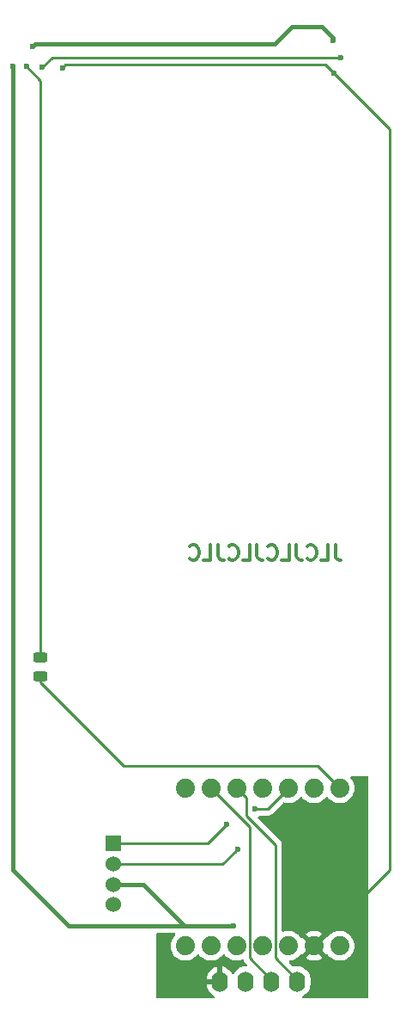
<source format=gbr>
G04 #@! TF.GenerationSoftware,KiCad,Pcbnew,8.0.5-8.0.5-0~ubuntu24.04.1*
G04 #@! TF.CreationDate,2024-09-20T13:42:17+09:00*
G04 #@! TF.ProjectId,gopher_xiao_grove,676f7068-6572-45f7-9869-616f5f67726f,rev?*
G04 #@! TF.SameCoordinates,Original*
G04 #@! TF.FileFunction,Copper,L2,Bot*
G04 #@! TF.FilePolarity,Positive*
%FSLAX46Y46*%
G04 Gerber Fmt 4.6, Leading zero omitted, Abs format (unit mm)*
G04 Created by KiCad (PCBNEW 8.0.5-8.0.5-0~ubuntu24.04.1) date 2024-09-20 13:42:17*
%MOMM*%
%LPD*%
G01*
G04 APERTURE LIST*
G04 Aperture macros list*
%AMRoundRect*
0 Rectangle with rounded corners*
0 $1 Rounding radius*
0 $2 $3 $4 $5 $6 $7 $8 $9 X,Y pos of 4 corners*
0 Add a 4 corners polygon primitive as box body*
4,1,4,$2,$3,$4,$5,$6,$7,$8,$9,$2,$3,0*
0 Add four circle primitives for the rounded corners*
1,1,$1+$1,$2,$3*
1,1,$1+$1,$4,$5*
1,1,$1+$1,$6,$7*
1,1,$1+$1,$8,$9*
0 Add four rect primitives between the rounded corners*
20,1,$1+$1,$2,$3,$4,$5,0*
20,1,$1+$1,$4,$5,$6,$7,0*
20,1,$1+$1,$6,$7,$8,$9,0*
20,1,$1+$1,$8,$9,$2,$3,0*%
G04 Aperture macros list end*
%ADD10C,0.300000*%
G04 #@! TA.AperFunction,NonConductor*
%ADD11C,0.300000*%
G04 #@! TD*
G04 #@! TA.AperFunction,ComponentPad*
%ADD12C,1.879600*%
G04 #@! TD*
G04 #@! TA.AperFunction,ComponentPad*
%ADD13O,1.600000X2.000000*%
G04 #@! TD*
G04 #@! TA.AperFunction,ComponentPad*
%ADD14R,1.524000X1.524000*%
G04 #@! TD*
G04 #@! TA.AperFunction,ComponentPad*
%ADD15C,1.524000*%
G04 #@! TD*
G04 #@! TA.AperFunction,SMDPad,CuDef*
%ADD16RoundRect,0.243750X0.456250X-0.243750X0.456250X0.243750X-0.456250X0.243750X-0.456250X-0.243750X0*%
G04 #@! TD*
G04 #@! TA.AperFunction,ViaPad*
%ADD17C,0.600000*%
G04 #@! TD*
G04 #@! TA.AperFunction,Conductor*
%ADD18C,0.400000*%
G04 #@! TD*
G04 #@! TA.AperFunction,Conductor*
%ADD19C,0.250000*%
G04 #@! TD*
G04 APERTURE END LIST*
D10*
D11*
X126316917Y-120000828D02*
X126316917Y-121072257D01*
X126316917Y-121072257D02*
X126388346Y-121286542D01*
X126388346Y-121286542D02*
X126531203Y-121429400D01*
X126531203Y-121429400D02*
X126745489Y-121500828D01*
X126745489Y-121500828D02*
X126888346Y-121500828D01*
X124888346Y-121500828D02*
X125602632Y-121500828D01*
X125602632Y-121500828D02*
X125602632Y-120000828D01*
X123531203Y-121357971D02*
X123602631Y-121429400D01*
X123602631Y-121429400D02*
X123816917Y-121500828D01*
X123816917Y-121500828D02*
X123959774Y-121500828D01*
X123959774Y-121500828D02*
X124174060Y-121429400D01*
X124174060Y-121429400D02*
X124316917Y-121286542D01*
X124316917Y-121286542D02*
X124388346Y-121143685D01*
X124388346Y-121143685D02*
X124459774Y-120857971D01*
X124459774Y-120857971D02*
X124459774Y-120643685D01*
X124459774Y-120643685D02*
X124388346Y-120357971D01*
X124388346Y-120357971D02*
X124316917Y-120215114D01*
X124316917Y-120215114D02*
X124174060Y-120072257D01*
X124174060Y-120072257D02*
X123959774Y-120000828D01*
X123959774Y-120000828D02*
X123816917Y-120000828D01*
X123816917Y-120000828D02*
X123602631Y-120072257D01*
X123602631Y-120072257D02*
X123531203Y-120143685D01*
X122459774Y-120000828D02*
X122459774Y-121072257D01*
X122459774Y-121072257D02*
X122531203Y-121286542D01*
X122531203Y-121286542D02*
X122674060Y-121429400D01*
X122674060Y-121429400D02*
X122888346Y-121500828D01*
X122888346Y-121500828D02*
X123031203Y-121500828D01*
X121031203Y-121500828D02*
X121745489Y-121500828D01*
X121745489Y-121500828D02*
X121745489Y-120000828D01*
X119674060Y-121357971D02*
X119745488Y-121429400D01*
X119745488Y-121429400D02*
X119959774Y-121500828D01*
X119959774Y-121500828D02*
X120102631Y-121500828D01*
X120102631Y-121500828D02*
X120316917Y-121429400D01*
X120316917Y-121429400D02*
X120459774Y-121286542D01*
X120459774Y-121286542D02*
X120531203Y-121143685D01*
X120531203Y-121143685D02*
X120602631Y-120857971D01*
X120602631Y-120857971D02*
X120602631Y-120643685D01*
X120602631Y-120643685D02*
X120531203Y-120357971D01*
X120531203Y-120357971D02*
X120459774Y-120215114D01*
X120459774Y-120215114D02*
X120316917Y-120072257D01*
X120316917Y-120072257D02*
X120102631Y-120000828D01*
X120102631Y-120000828D02*
X119959774Y-120000828D01*
X119959774Y-120000828D02*
X119745488Y-120072257D01*
X119745488Y-120072257D02*
X119674060Y-120143685D01*
X118602631Y-120000828D02*
X118602631Y-121072257D01*
X118602631Y-121072257D02*
X118674060Y-121286542D01*
X118674060Y-121286542D02*
X118816917Y-121429400D01*
X118816917Y-121429400D02*
X119031203Y-121500828D01*
X119031203Y-121500828D02*
X119174060Y-121500828D01*
X117174060Y-121500828D02*
X117888346Y-121500828D01*
X117888346Y-121500828D02*
X117888346Y-120000828D01*
X115816917Y-121357971D02*
X115888345Y-121429400D01*
X115888345Y-121429400D02*
X116102631Y-121500828D01*
X116102631Y-121500828D02*
X116245488Y-121500828D01*
X116245488Y-121500828D02*
X116459774Y-121429400D01*
X116459774Y-121429400D02*
X116602631Y-121286542D01*
X116602631Y-121286542D02*
X116674060Y-121143685D01*
X116674060Y-121143685D02*
X116745488Y-120857971D01*
X116745488Y-120857971D02*
X116745488Y-120643685D01*
X116745488Y-120643685D02*
X116674060Y-120357971D01*
X116674060Y-120357971D02*
X116602631Y-120215114D01*
X116602631Y-120215114D02*
X116459774Y-120072257D01*
X116459774Y-120072257D02*
X116245488Y-120000828D01*
X116245488Y-120000828D02*
X116102631Y-120000828D01*
X116102631Y-120000828D02*
X115888345Y-120072257D01*
X115888345Y-120072257D02*
X115816917Y-120143685D01*
X114745488Y-120000828D02*
X114745488Y-121072257D01*
X114745488Y-121072257D02*
X114816917Y-121286542D01*
X114816917Y-121286542D02*
X114959774Y-121429400D01*
X114959774Y-121429400D02*
X115174060Y-121500828D01*
X115174060Y-121500828D02*
X115316917Y-121500828D01*
X113316917Y-121500828D02*
X114031203Y-121500828D01*
X114031203Y-121500828D02*
X114031203Y-120000828D01*
X111959774Y-121357971D02*
X112031202Y-121429400D01*
X112031202Y-121429400D02*
X112245488Y-121500828D01*
X112245488Y-121500828D02*
X112388345Y-121500828D01*
X112388345Y-121500828D02*
X112602631Y-121429400D01*
X112602631Y-121429400D02*
X112745488Y-121286542D01*
X112745488Y-121286542D02*
X112816917Y-121143685D01*
X112816917Y-121143685D02*
X112888345Y-120857971D01*
X112888345Y-120857971D02*
X112888345Y-120643685D01*
X112888345Y-120643685D02*
X112816917Y-120357971D01*
X112816917Y-120357971D02*
X112745488Y-120215114D01*
X112745488Y-120215114D02*
X112602631Y-120072257D01*
X112602631Y-120072257D02*
X112388345Y-120000828D01*
X112388345Y-120000828D02*
X112245488Y-120000828D01*
X112245488Y-120000828D02*
X112031202Y-120072257D01*
X112031202Y-120072257D02*
X111959774Y-120143685D01*
D12*
X126758500Y-143946100D03*
X124218500Y-143956100D03*
X121688500Y-143956100D03*
X119128500Y-143956100D03*
X116598500Y-143956100D03*
X114068500Y-143956100D03*
X111518500Y-143956100D03*
X111518500Y-159456100D03*
X114058500Y-159456100D03*
X116608500Y-159446100D03*
X119138500Y-159446100D03*
X121688500Y-159456100D03*
X124228500Y-159456100D03*
X126758500Y-159456100D03*
D13*
X114947200Y-162996300D03*
X117487200Y-162996300D03*
X120027200Y-162996300D03*
X122567200Y-162996300D03*
D14*
X104400000Y-149400000D03*
D15*
X104400000Y-151400000D03*
X104400000Y-153400000D03*
X104400000Y-155400000D03*
D16*
X97231200Y-132964400D03*
X97231200Y-131089400D03*
D17*
X99390200Y-73063100D03*
X122435620Y-153022300D03*
X126174500Y-73609200D03*
X94488000Y-72961500D03*
X126136400Y-70408800D03*
X96431100Y-70980300D03*
X116258340Y-157480000D03*
X95859600Y-72961500D03*
X126885700Y-72034400D03*
X97409000Y-72999600D03*
X118400000Y-146000000D03*
X115600000Y-147500000D03*
X116700000Y-150000000D03*
D18*
X122435620Y-153446564D02*
X122428000Y-153454184D01*
D19*
X126174500Y-73609200D02*
X131660900Y-79095600D01*
X131660900Y-79095600D02*
X131660900Y-152023700D01*
X131660900Y-152023700D02*
X124228500Y-159456100D01*
X125328401Y-72763101D02*
X126174500Y-73609200D01*
D18*
X122428000Y-157655600D02*
X124228500Y-159456100D01*
X122435620Y-153022300D02*
X122435620Y-153446564D01*
D19*
X99690199Y-72763101D02*
X125328401Y-72763101D01*
D18*
X122428000Y-153454184D02*
X122428000Y-157655600D01*
D19*
X99390200Y-73063100D02*
X99690199Y-72763101D01*
X120027200Y-162796300D02*
X120027200Y-162996300D01*
X114068500Y-143956100D02*
X117873301Y-147760901D01*
X117873301Y-160642401D02*
X120027200Y-162796300D01*
X117873301Y-147760901D02*
X117873301Y-160642401D01*
X117538299Y-144895899D02*
X117538299Y-146659399D01*
X120423699Y-160652799D02*
X122567200Y-162796300D01*
X117538299Y-146659399D02*
X120423699Y-149544799D01*
X116598500Y-143956100D02*
X117538299Y-144895899D01*
X122567200Y-162796300D02*
X122567200Y-162996300D01*
X120423699Y-149544799D02*
X120423699Y-160652799D01*
D18*
X125006100Y-69011800D02*
X126136400Y-70142100D01*
X94488000Y-151980900D02*
X99987100Y-157480000D01*
X126136400Y-70142100D02*
X126136400Y-70408800D01*
X94488000Y-72961500D02*
X94488000Y-151980900D01*
X96431100Y-70980300D02*
X96731099Y-70680301D01*
X122008900Y-69011800D02*
X125006100Y-69011800D01*
X104400000Y-153400000D02*
X107349800Y-153400000D01*
X96731099Y-70680301D02*
X120340399Y-70680301D01*
X111429800Y-157480000D02*
X116258340Y-157480000D01*
X120340399Y-70680301D02*
X122008900Y-69011800D01*
X107349800Y-153400000D02*
X111429800Y-157480000D01*
X99987100Y-157480000D02*
X111429800Y-157480000D01*
D19*
X124546940Y-141734540D02*
X126758500Y-143946100D01*
X97231200Y-132964400D02*
X97231200Y-133551900D01*
X105413840Y-141734540D02*
X124546940Y-141734540D01*
X97231200Y-133551900D02*
X105413840Y-141734540D01*
X97231200Y-74333100D02*
X97231200Y-127589280D01*
X95859600Y-72961500D02*
X97231200Y-74333100D01*
X97231200Y-127589280D02*
X97231200Y-131089400D01*
X97409000Y-72999600D02*
X98374200Y-72034400D01*
X98374200Y-72034400D02*
X126885700Y-72034400D01*
X118400000Y-146000000D02*
X119644600Y-146000000D01*
X104400000Y-149400000D02*
X113700000Y-149400000D01*
X113700000Y-149400000D02*
X115600000Y-147500000D01*
X119644600Y-146000000D02*
X121688500Y-143956100D01*
X116600000Y-150000000D02*
X116700000Y-150000000D01*
X116500000Y-150100000D02*
X116600000Y-150000000D01*
X115200000Y-151400000D02*
X116500000Y-150100000D01*
X104400000Y-151400000D02*
X115200000Y-151400000D01*
G04 #@! TA.AperFunction,Conductor*
G36*
X129532701Y-142806102D02*
G01*
X129579194Y-142859758D01*
X129590579Y-142912319D01*
X129586438Y-145286959D01*
X129552919Y-164504090D01*
X129532798Y-164572176D01*
X129479061Y-164618575D01*
X129426689Y-164629870D01*
X123182823Y-164618483D01*
X123114739Y-164598357D01*
X123068344Y-164544616D01*
X123058368Y-164474324D01*
X123087979Y-164409797D01*
X123125846Y-164380218D01*
X123253003Y-164315429D01*
X123419630Y-164194368D01*
X123565268Y-164048730D01*
X123686329Y-163882103D01*
X123779834Y-163698590D01*
X123843480Y-163502708D01*
X123875700Y-163299281D01*
X123875700Y-162693319D01*
X123843480Y-162489892D01*
X123779834Y-162294010D01*
X123686329Y-162110497D01*
X123565268Y-161943870D01*
X123565265Y-161943867D01*
X123565263Y-161943864D01*
X123419635Y-161798236D01*
X123419632Y-161798234D01*
X123419630Y-161798232D01*
X123294199Y-161707102D01*
X123253006Y-161677173D01*
X123253005Y-161677172D01*
X123253003Y-161677171D01*
X123069490Y-161583666D01*
X123069487Y-161583665D01*
X123069485Y-161583664D01*
X122873612Y-161520021D01*
X122873610Y-161520020D01*
X122873608Y-161520020D01*
X122670181Y-161487800D01*
X122464219Y-161487800D01*
X122260792Y-161520020D01*
X122260788Y-161520021D01*
X122260347Y-161520091D01*
X122189936Y-161510991D01*
X122151541Y-161484737D01*
X121778227Y-161111423D01*
X121744201Y-161049111D01*
X121749266Y-160978296D01*
X121791813Y-160921460D01*
X121846581Y-160898047D01*
X122045255Y-160864895D01*
X122272269Y-160786960D01*
X122483360Y-160672724D01*
X122672769Y-160525301D01*
X122835329Y-160348713D01*
X122853315Y-160321182D01*
X122907317Y-160275095D01*
X122977664Y-160265518D01*
X123013037Y-160281994D01*
X123040542Y-160284846D01*
X123737809Y-159587579D01*
X123755119Y-159652181D01*
X123821998Y-159768020D01*
X123916580Y-159862602D01*
X124032419Y-159929481D01*
X124097019Y-159946790D01*
X123398820Y-160644989D01*
X123433906Y-160672298D01*
X123433916Y-160672304D01*
X123644932Y-160786500D01*
X123644934Y-160786502D01*
X123871863Y-160864406D01*
X123871870Y-160864408D01*
X124108536Y-160903900D01*
X124348464Y-160903900D01*
X124585129Y-160864408D01*
X124585136Y-160864406D01*
X124812065Y-160786502D01*
X124812067Y-160786500D01*
X125023089Y-160672301D01*
X125058178Y-160644989D01*
X125058179Y-160644988D01*
X124359981Y-159946790D01*
X124424581Y-159929481D01*
X124540420Y-159862602D01*
X124635002Y-159768020D01*
X124701881Y-159652181D01*
X124719190Y-159587581D01*
X125416456Y-160284847D01*
X125457822Y-160280556D01*
X125512062Y-160273171D01*
X125576421Y-160303144D01*
X125598683Y-160328834D01*
X125611668Y-160348709D01*
X125611677Y-160348720D01*
X125765023Y-160515299D01*
X125774231Y-160525301D01*
X125963640Y-160672724D01*
X126174731Y-160786960D01*
X126401745Y-160864895D01*
X126638490Y-160904400D01*
X126638494Y-160904400D01*
X126878506Y-160904400D01*
X126878510Y-160904400D01*
X127115255Y-160864895D01*
X127342269Y-160786960D01*
X127553360Y-160672724D01*
X127742769Y-160525301D01*
X127905329Y-160348713D01*
X128036608Y-160147777D01*
X128133022Y-159927974D01*
X128191943Y-159695299D01*
X128211764Y-159456100D01*
X128191943Y-159216901D01*
X128161552Y-159096890D01*
X128133023Y-158984229D01*
X128133022Y-158984228D01*
X128133022Y-158984226D01*
X128036608Y-158764423D01*
X127905329Y-158563487D01*
X127905324Y-158563481D01*
X127905323Y-158563480D01*
X127742774Y-158386904D01*
X127742772Y-158386902D01*
X127742769Y-158386899D01*
X127553360Y-158239476D01*
X127342269Y-158125240D01*
X127342266Y-158125239D01*
X127342265Y-158125238D01*
X127115259Y-158047306D01*
X127115250Y-158047304D01*
X127055321Y-158037304D01*
X126878510Y-158007800D01*
X126638490Y-158007800D01*
X126504216Y-158030206D01*
X126401749Y-158047304D01*
X126401740Y-158047306D01*
X126174734Y-158125238D01*
X126174731Y-158125240D01*
X125963640Y-158239476D01*
X125963638Y-158239477D01*
X125963637Y-158239478D01*
X125774230Y-158386900D01*
X125774225Y-158386904D01*
X125611677Y-158563479D01*
X125611669Y-158563488D01*
X125598682Y-158583367D01*
X125544676Y-158629454D01*
X125474328Y-158639027D01*
X125458662Y-158631729D01*
X125416456Y-158627352D01*
X124719190Y-159324618D01*
X124701881Y-159260019D01*
X124635002Y-159144180D01*
X124540420Y-159049598D01*
X124424581Y-158982719D01*
X124359980Y-158965409D01*
X125058178Y-158267210D01*
X125058178Y-158267209D01*
X125023094Y-158239901D01*
X125023085Y-158239895D01*
X124812067Y-158125699D01*
X124812065Y-158125697D01*
X124585136Y-158047793D01*
X124585129Y-158047791D01*
X124348464Y-158008300D01*
X124108536Y-158008300D01*
X123871870Y-158047791D01*
X123871863Y-158047793D01*
X123644934Y-158125697D01*
X123644932Y-158125699D01*
X123433916Y-158239894D01*
X123398820Y-158267210D01*
X123398819Y-158267210D01*
X124097018Y-158965409D01*
X124032419Y-158982719D01*
X123916580Y-159049598D01*
X123821998Y-159144180D01*
X123755119Y-159260019D01*
X123737809Y-159324618D01*
X123040542Y-158627351D01*
X123019094Y-158629576D01*
X123010270Y-158637107D01*
X122939921Y-158646678D01*
X122875566Y-158616697D01*
X122853314Y-158591015D01*
X122835332Y-158563492D01*
X122835329Y-158563487D01*
X122835323Y-158563481D01*
X122835322Y-158563479D01*
X122672774Y-158386904D01*
X122672772Y-158386902D01*
X122672769Y-158386899D01*
X122483360Y-158239476D01*
X122272269Y-158125240D01*
X122272266Y-158125239D01*
X122272265Y-158125238D01*
X122045259Y-158047306D01*
X122045250Y-158047304D01*
X121985321Y-158037304D01*
X121808510Y-158007800D01*
X121568490Y-158007800D01*
X121434216Y-158030206D01*
X121331749Y-158047304D01*
X121331740Y-158047306D01*
X121224111Y-158084256D01*
X121153187Y-158087456D01*
X121091791Y-158051804D01*
X121059417Y-157988619D01*
X121057199Y-157965083D01*
X121057199Y-149482406D01*
X121057198Y-149482402D01*
X121032854Y-149360014D01*
X120985099Y-149244724D01*
X120915770Y-149140966D01*
X120827532Y-149052728D01*
X118713104Y-146938300D01*
X118679078Y-146875988D01*
X118684143Y-146805173D01*
X118726690Y-146748337D01*
X118747545Y-146735676D01*
X118753006Y-146733045D01*
X118753015Y-146733043D01*
X118794806Y-146706784D01*
X118880701Y-146652813D01*
X118947737Y-146633500D01*
X119706993Y-146633500D01*
X119706994Y-146633500D01*
X119829385Y-146609155D01*
X119944675Y-146561400D01*
X120048433Y-146492071D01*
X121159897Y-145380605D01*
X121222206Y-145346583D01*
X121289901Y-145350530D01*
X121315240Y-145359228D01*
X121331745Y-145364895D01*
X121568490Y-145404400D01*
X121568494Y-145404400D01*
X121808506Y-145404400D01*
X121808510Y-145404400D01*
X122045255Y-145364895D01*
X122272269Y-145286960D01*
X122483360Y-145172724D01*
X122672769Y-145025301D01*
X122835329Y-144848713D01*
X122848019Y-144829288D01*
X122902021Y-144783203D01*
X122972369Y-144773628D01*
X123036726Y-144803606D01*
X123058978Y-144829285D01*
X123071671Y-144848713D01*
X123071674Y-144848717D01*
X123071676Y-144848719D01*
X123225025Y-145015301D01*
X123234231Y-145025301D01*
X123423640Y-145172724D01*
X123634731Y-145286960D01*
X123861745Y-145364895D01*
X124098490Y-145404400D01*
X124098494Y-145404400D01*
X124338506Y-145404400D01*
X124338510Y-145404400D01*
X124575255Y-145364895D01*
X124802269Y-145286960D01*
X125013360Y-145172724D01*
X125202769Y-145025301D01*
X125365329Y-144848713D01*
X125386283Y-144816639D01*
X125440285Y-144770552D01*
X125510633Y-144760975D01*
X125574990Y-144790952D01*
X125597247Y-144816637D01*
X125611666Y-144838706D01*
X125611677Y-144838720D01*
X125620877Y-144848714D01*
X125774231Y-145015301D01*
X125963640Y-145162724D01*
X126174731Y-145276960D01*
X126401745Y-145354895D01*
X126638490Y-145394400D01*
X126638494Y-145394400D01*
X126878506Y-145394400D01*
X126878510Y-145394400D01*
X127115255Y-145354895D01*
X127342269Y-145276960D01*
X127553360Y-145162724D01*
X127742769Y-145015301D01*
X127905329Y-144838713D01*
X128036608Y-144637777D01*
X128133022Y-144417974D01*
X128191943Y-144185299D01*
X128211764Y-143946100D01*
X128191943Y-143706901D01*
X128135555Y-143484228D01*
X128133023Y-143474229D01*
X128133022Y-143474228D01*
X128133022Y-143474226D01*
X128036608Y-143254423D01*
X127905329Y-143053487D01*
X127853732Y-142997437D01*
X127822311Y-142933772D01*
X127830298Y-142863226D01*
X127875157Y-142808197D01*
X127942646Y-142786157D01*
X127946433Y-142786100D01*
X129464580Y-142786100D01*
X129532701Y-142806102D01*
G37*
G04 #@! TD.AperFunction*
G04 #@! TA.AperFunction,Conductor*
G36*
X110497740Y-158208502D02*
G01*
X110544233Y-158262158D01*
X110554337Y-158332432D01*
X110524843Y-158397012D01*
X110522320Y-158399837D01*
X110371676Y-158563480D01*
X110371672Y-158563485D01*
X110371671Y-158563487D01*
X110317319Y-158646678D01*
X110240392Y-158764423D01*
X110143977Y-158984228D01*
X110143976Y-158984229D01*
X110085058Y-159216893D01*
X110065236Y-159456100D01*
X110085058Y-159695306D01*
X110143976Y-159927970D01*
X110143977Y-159927971D01*
X110143978Y-159927974D01*
X110240392Y-160147777D01*
X110371671Y-160348713D01*
X110371673Y-160348715D01*
X110371676Y-160348719D01*
X110525025Y-160515301D01*
X110534231Y-160525301D01*
X110723640Y-160672724D01*
X110934731Y-160786960D01*
X111161745Y-160864895D01*
X111398490Y-160904400D01*
X111398494Y-160904400D01*
X111638506Y-160904400D01*
X111638510Y-160904400D01*
X111875255Y-160864895D01*
X112102269Y-160786960D01*
X112313360Y-160672724D01*
X112502769Y-160525301D01*
X112665329Y-160348713D01*
X112683019Y-160321635D01*
X112737021Y-160275550D01*
X112807369Y-160265975D01*
X112871726Y-160295953D01*
X112893978Y-160321632D01*
X112911671Y-160348713D01*
X112911673Y-160348715D01*
X112911676Y-160348719D01*
X113065025Y-160515301D01*
X113074231Y-160525301D01*
X113263640Y-160672724D01*
X113474731Y-160786960D01*
X113701745Y-160864895D01*
X113938490Y-160904400D01*
X113938494Y-160904400D01*
X114178506Y-160904400D01*
X114178510Y-160904400D01*
X114415255Y-160864895D01*
X114642269Y-160786960D01*
X114853360Y-160672724D01*
X115042769Y-160525301D01*
X115205329Y-160348713D01*
X115231285Y-160308983D01*
X115285286Y-160262898D01*
X115355634Y-160253322D01*
X115419991Y-160283299D01*
X115442247Y-160308982D01*
X115461671Y-160338713D01*
X115461675Y-160338717D01*
X115461677Y-160338720D01*
X115470877Y-160348714D01*
X115624231Y-160515301D01*
X115813640Y-160662724D01*
X116024731Y-160776960D01*
X116251745Y-160854895D01*
X116488490Y-160894400D01*
X116488494Y-160894400D01*
X116728506Y-160894400D01*
X116728510Y-160894400D01*
X116965255Y-160854895D01*
X117124982Y-160800059D01*
X117195903Y-160796859D01*
X117257299Y-160832511D01*
X117282300Y-160871013D01*
X117311901Y-160942476D01*
X117381230Y-161046234D01*
X117381232Y-161046236D01*
X117607701Y-161272705D01*
X117641727Y-161335017D01*
X117636662Y-161405832D01*
X117594115Y-161462668D01*
X117527595Y-161487479D01*
X117518606Y-161487800D01*
X117384219Y-161487800D01*
X117180792Y-161520020D01*
X117180790Y-161520020D01*
X117180787Y-161520021D01*
X116984914Y-161583664D01*
X116984908Y-161583667D01*
X116801393Y-161677173D01*
X116634767Y-161798234D01*
X116634764Y-161798236D01*
X116489136Y-161943864D01*
X116489134Y-161943867D01*
X116368072Y-162110493D01*
X116329187Y-162186811D01*
X116280438Y-162238426D01*
X116211523Y-162255492D01*
X116144322Y-162232591D01*
X116104653Y-162186811D01*
X116065900Y-162110755D01*
X115944884Y-161944192D01*
X115944882Y-161944189D01*
X115799310Y-161798617D01*
X115799307Y-161798615D01*
X115632745Y-161677600D01*
X115449299Y-161584129D01*
X115449293Y-161584126D01*
X115253494Y-161520508D01*
X115253496Y-161520508D01*
X115201200Y-161512225D01*
X115201200Y-162565597D01*
X115140193Y-162530375D01*
X115013026Y-162496300D01*
X114881374Y-162496300D01*
X114754207Y-162530375D01*
X114693200Y-162565597D01*
X114693200Y-161512225D01*
X114640904Y-161520508D01*
X114445106Y-161584126D01*
X114445100Y-161584129D01*
X114261654Y-161677600D01*
X114095092Y-161798615D01*
X114095089Y-161798617D01*
X113949517Y-161944189D01*
X113949515Y-161944192D01*
X113828500Y-162110754D01*
X113735029Y-162294200D01*
X113735026Y-162294206D01*
X113671408Y-162490003D01*
X113639200Y-162693361D01*
X113639200Y-162742300D01*
X114516497Y-162742300D01*
X114481275Y-162803307D01*
X114447200Y-162930474D01*
X114447200Y-163062126D01*
X114481275Y-163189293D01*
X114516497Y-163250300D01*
X113639200Y-163250300D01*
X113639200Y-163299238D01*
X113671408Y-163502596D01*
X113735026Y-163698393D01*
X113735029Y-163698399D01*
X113828500Y-163881845D01*
X113949515Y-164048407D01*
X113949517Y-164048410D01*
X114095089Y-164193982D01*
X114095092Y-164193984D01*
X114261654Y-164314999D01*
X114357856Y-164364017D01*
X114409471Y-164412765D01*
X114426537Y-164481680D01*
X114403636Y-164548882D01*
X114348039Y-164593034D01*
X114300423Y-164602284D01*
X108786823Y-164592229D01*
X108718739Y-164572103D01*
X108672344Y-164518362D01*
X108661053Y-164466378D01*
X108654935Y-159216893D01*
X108653884Y-158314647D01*
X108673807Y-158246503D01*
X108727408Y-158199947D01*
X108779884Y-158188500D01*
X110429619Y-158188500D01*
X110497740Y-158208502D01*
G37*
G04 #@! TD.AperFunction*
M02*

</source>
